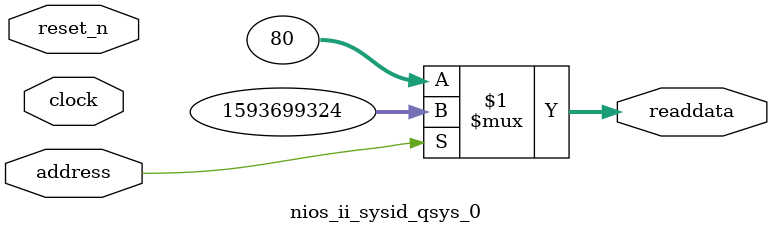
<source format=v>



// synthesis translate_off
`timescale 1ns / 1ps
// synthesis translate_on

// turn off superfluous verilog processor warnings 
// altera message_level Level1 
// altera message_off 10034 10035 10036 10037 10230 10240 10030 

module nios_ii_sysid_qsys_0 (
               // inputs:
                address,
                clock,
                reset_n,

               // outputs:
                readdata
             )
;

  output  [ 31: 0] readdata;
  input            address;
  input            clock;
  input            reset_n;

  wire    [ 31: 0] readdata;
  //control_slave, which is an e_avalon_slave
  assign readdata = address ? 1593699324 : 80;

endmodule



</source>
